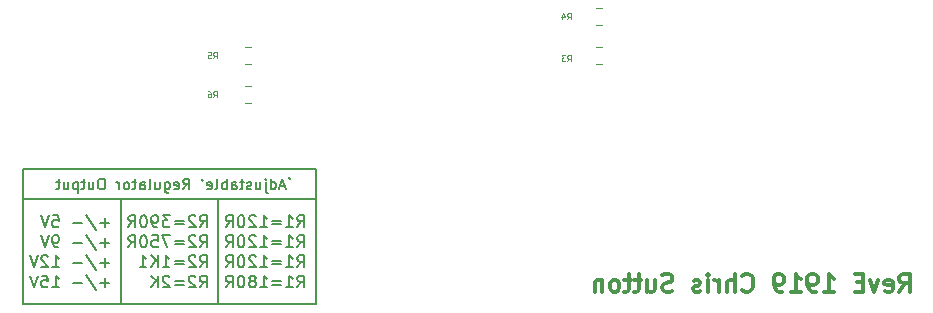
<source format=gbr>
G04 #@! TF.GenerationSoftware,KiCad,Pcbnew,(5.1.6-0-10_14)*
G04 #@! TF.CreationDate,2020-09-28T00:01:53+01:00*
G04 #@! TF.ProjectId,AdjustablePSU,41646a75-7374-4616-926c-655053552e6b,rev?*
G04 #@! TF.SameCoordinates,Original*
G04 #@! TF.FileFunction,Legend,Bot*
G04 #@! TF.FilePolarity,Positive*
%FSLAX46Y46*%
G04 Gerber Fmt 4.6, Leading zero omitted, Abs format (unit mm)*
G04 Created by KiCad (PCBNEW (5.1.6-0-10_14)) date 2020-09-28 00:01:53*
%MOMM*%
%LPD*%
G01*
G04 APERTURE LIST*
%ADD10C,0.300000*%
%ADD11C,0.200000*%
%ADD12C,0.120000*%
%ADD13C,0.125000*%
G04 APERTURE END LIST*
D10*
X186454285Y-106596571D02*
X186954285Y-105882285D01*
X187311428Y-106596571D02*
X187311428Y-105096571D01*
X186740000Y-105096571D01*
X186597142Y-105168000D01*
X186525714Y-105239428D01*
X186454285Y-105382285D01*
X186454285Y-105596571D01*
X186525714Y-105739428D01*
X186597142Y-105810857D01*
X186740000Y-105882285D01*
X187311428Y-105882285D01*
X185240000Y-106525142D02*
X185382857Y-106596571D01*
X185668571Y-106596571D01*
X185811428Y-106525142D01*
X185882857Y-106382285D01*
X185882857Y-105810857D01*
X185811428Y-105668000D01*
X185668571Y-105596571D01*
X185382857Y-105596571D01*
X185240000Y-105668000D01*
X185168571Y-105810857D01*
X185168571Y-105953714D01*
X185882857Y-106096571D01*
X184668571Y-105596571D02*
X184311428Y-106596571D01*
X183954285Y-105596571D01*
X183382857Y-105810857D02*
X182882857Y-105810857D01*
X182668571Y-106596571D02*
X183382857Y-106596571D01*
X183382857Y-105096571D01*
X182668571Y-105096571D01*
X180097142Y-106596571D02*
X180954285Y-106596571D01*
X180525714Y-106596571D02*
X180525714Y-105096571D01*
X180668571Y-105310857D01*
X180811428Y-105453714D01*
X180954285Y-105525142D01*
X179382857Y-106596571D02*
X179097142Y-106596571D01*
X178954285Y-106525142D01*
X178882857Y-106453714D01*
X178740000Y-106239428D01*
X178668571Y-105953714D01*
X178668571Y-105382285D01*
X178740000Y-105239428D01*
X178811428Y-105168000D01*
X178954285Y-105096571D01*
X179240000Y-105096571D01*
X179382857Y-105168000D01*
X179454285Y-105239428D01*
X179525714Y-105382285D01*
X179525714Y-105739428D01*
X179454285Y-105882285D01*
X179382857Y-105953714D01*
X179240000Y-106025142D01*
X178954285Y-106025142D01*
X178811428Y-105953714D01*
X178740000Y-105882285D01*
X178668571Y-105739428D01*
X177240000Y-106596571D02*
X178097142Y-106596571D01*
X177668571Y-106596571D02*
X177668571Y-105096571D01*
X177811428Y-105310857D01*
X177954285Y-105453714D01*
X178097142Y-105525142D01*
X176525714Y-106596571D02*
X176240000Y-106596571D01*
X176097142Y-106525142D01*
X176025714Y-106453714D01*
X175882857Y-106239428D01*
X175811428Y-105953714D01*
X175811428Y-105382285D01*
X175882857Y-105239428D01*
X175954285Y-105168000D01*
X176097142Y-105096571D01*
X176382857Y-105096571D01*
X176525714Y-105168000D01*
X176597142Y-105239428D01*
X176668571Y-105382285D01*
X176668571Y-105739428D01*
X176597142Y-105882285D01*
X176525714Y-105953714D01*
X176382857Y-106025142D01*
X176097142Y-106025142D01*
X175954285Y-105953714D01*
X175882857Y-105882285D01*
X175811428Y-105739428D01*
X173168571Y-106453714D02*
X173240000Y-106525142D01*
X173454285Y-106596571D01*
X173597142Y-106596571D01*
X173811428Y-106525142D01*
X173954285Y-106382285D01*
X174025714Y-106239428D01*
X174097142Y-105953714D01*
X174097142Y-105739428D01*
X174025714Y-105453714D01*
X173954285Y-105310857D01*
X173811428Y-105168000D01*
X173597142Y-105096571D01*
X173454285Y-105096571D01*
X173240000Y-105168000D01*
X173168571Y-105239428D01*
X172525714Y-106596571D02*
X172525714Y-105096571D01*
X171882857Y-106596571D02*
X171882857Y-105810857D01*
X171954285Y-105668000D01*
X172097142Y-105596571D01*
X172311428Y-105596571D01*
X172454285Y-105668000D01*
X172525714Y-105739428D01*
X171168571Y-106596571D02*
X171168571Y-105596571D01*
X171168571Y-105882285D02*
X171097142Y-105739428D01*
X171025714Y-105668000D01*
X170882857Y-105596571D01*
X170740000Y-105596571D01*
X170240000Y-106596571D02*
X170240000Y-105596571D01*
X170240000Y-105096571D02*
X170311428Y-105168000D01*
X170240000Y-105239428D01*
X170168571Y-105168000D01*
X170240000Y-105096571D01*
X170240000Y-105239428D01*
X169597142Y-106525142D02*
X169454285Y-106596571D01*
X169168571Y-106596571D01*
X169025714Y-106525142D01*
X168954285Y-106382285D01*
X168954285Y-106310857D01*
X169025714Y-106168000D01*
X169168571Y-106096571D01*
X169382857Y-106096571D01*
X169525714Y-106025142D01*
X169597142Y-105882285D01*
X169597142Y-105810857D01*
X169525714Y-105668000D01*
X169382857Y-105596571D01*
X169168571Y-105596571D01*
X169025714Y-105668000D01*
X167240000Y-106525142D02*
X167025714Y-106596571D01*
X166668571Y-106596571D01*
X166525714Y-106525142D01*
X166454285Y-106453714D01*
X166382857Y-106310857D01*
X166382857Y-106168000D01*
X166454285Y-106025142D01*
X166525714Y-105953714D01*
X166668571Y-105882285D01*
X166954285Y-105810857D01*
X167097142Y-105739428D01*
X167168571Y-105668000D01*
X167240000Y-105525142D01*
X167240000Y-105382285D01*
X167168571Y-105239428D01*
X167097142Y-105168000D01*
X166954285Y-105096571D01*
X166597142Y-105096571D01*
X166382857Y-105168000D01*
X165097142Y-105596571D02*
X165097142Y-106596571D01*
X165740000Y-105596571D02*
X165740000Y-106382285D01*
X165668571Y-106525142D01*
X165525714Y-106596571D01*
X165311428Y-106596571D01*
X165168571Y-106525142D01*
X165097142Y-106453714D01*
X164597142Y-105596571D02*
X164025714Y-105596571D01*
X164382857Y-105096571D02*
X164382857Y-106382285D01*
X164311428Y-106525142D01*
X164168571Y-106596571D01*
X164025714Y-106596571D01*
X163740000Y-105596571D02*
X163168571Y-105596571D01*
X163525714Y-105096571D02*
X163525714Y-106382285D01*
X163454285Y-106525142D01*
X163311428Y-106596571D01*
X163168571Y-106596571D01*
X162454285Y-106596571D02*
X162597142Y-106525142D01*
X162668571Y-106453714D01*
X162740000Y-106310857D01*
X162740000Y-105882285D01*
X162668571Y-105739428D01*
X162597142Y-105668000D01*
X162454285Y-105596571D01*
X162240000Y-105596571D01*
X162097142Y-105668000D01*
X162025714Y-105739428D01*
X161954285Y-105882285D01*
X161954285Y-106310857D01*
X162025714Y-106453714D01*
X162097142Y-106525142D01*
X162240000Y-106596571D01*
X162454285Y-106596571D01*
X161311428Y-105596571D02*
X161311428Y-106596571D01*
X161311428Y-105739428D02*
X161240000Y-105668000D01*
X161097142Y-105596571D01*
X160882857Y-105596571D01*
X160740000Y-105668000D01*
X160668571Y-105810857D01*
X160668571Y-106596571D01*
D11*
X128799034Y-107671178D02*
X128799034Y-98781178D01*
X120544034Y-107671178D02*
X120544034Y-98781178D01*
X137054034Y-107671178D02*
X137054034Y-96241178D01*
X112289034Y-107671178D02*
X112289034Y-96241178D01*
X112289034Y-98781178D02*
X137054034Y-98781178D01*
X112289034Y-96241178D02*
X137054034Y-96241178D01*
X112289034Y-107671178D02*
X137054034Y-107671178D01*
X134846176Y-97061178D02*
X134846176Y-97018320D01*
X134803319Y-96932606D01*
X134760462Y-96889749D01*
X134417605Y-97661178D02*
X133989034Y-97661178D01*
X134503319Y-97918320D02*
X134203319Y-97018320D01*
X133903319Y-97918320D01*
X133217605Y-97918320D02*
X133217605Y-97018320D01*
X133217605Y-97875463D02*
X133303319Y-97918320D01*
X133474748Y-97918320D01*
X133560462Y-97875463D01*
X133603319Y-97832606D01*
X133646176Y-97746892D01*
X133646176Y-97489749D01*
X133603319Y-97404035D01*
X133560462Y-97361178D01*
X133474748Y-97318320D01*
X133303319Y-97318320D01*
X133217605Y-97361178D01*
X132789034Y-97318320D02*
X132789034Y-98089749D01*
X132831891Y-98175463D01*
X132917605Y-98218320D01*
X132960462Y-98218320D01*
X132789034Y-97018320D02*
X132831891Y-97061178D01*
X132789034Y-97104035D01*
X132746176Y-97061178D01*
X132789034Y-97018320D01*
X132789034Y-97104035D01*
X131974748Y-97318320D02*
X131974748Y-97918320D01*
X132360462Y-97318320D02*
X132360462Y-97789749D01*
X132317605Y-97875463D01*
X132231891Y-97918320D01*
X132103319Y-97918320D01*
X132017605Y-97875463D01*
X131974748Y-97832606D01*
X131589034Y-97875463D02*
X131503319Y-97918320D01*
X131331891Y-97918320D01*
X131246176Y-97875463D01*
X131203319Y-97789749D01*
X131203319Y-97746892D01*
X131246176Y-97661178D01*
X131331891Y-97618320D01*
X131460462Y-97618320D01*
X131546176Y-97575463D01*
X131589034Y-97489749D01*
X131589034Y-97446892D01*
X131546176Y-97361178D01*
X131460462Y-97318320D01*
X131331891Y-97318320D01*
X131246176Y-97361178D01*
X130946176Y-97318320D02*
X130603319Y-97318320D01*
X130817605Y-97018320D02*
X130817605Y-97789749D01*
X130774748Y-97875463D01*
X130689034Y-97918320D01*
X130603319Y-97918320D01*
X129917605Y-97918320D02*
X129917605Y-97446892D01*
X129960462Y-97361178D01*
X130046176Y-97318320D01*
X130217605Y-97318320D01*
X130303319Y-97361178D01*
X129917605Y-97875463D02*
X130003319Y-97918320D01*
X130217605Y-97918320D01*
X130303319Y-97875463D01*
X130346176Y-97789749D01*
X130346176Y-97704035D01*
X130303319Y-97618320D01*
X130217605Y-97575463D01*
X130003319Y-97575463D01*
X129917605Y-97532606D01*
X129489034Y-97918320D02*
X129489034Y-97018320D01*
X129489034Y-97361178D02*
X129403319Y-97318320D01*
X129231891Y-97318320D01*
X129146176Y-97361178D01*
X129103319Y-97404035D01*
X129060462Y-97489749D01*
X129060462Y-97746892D01*
X129103319Y-97832606D01*
X129146176Y-97875463D01*
X129231891Y-97918320D01*
X129403319Y-97918320D01*
X129489034Y-97875463D01*
X128546176Y-97918320D02*
X128631891Y-97875463D01*
X128674748Y-97789749D01*
X128674748Y-97018320D01*
X127860462Y-97875463D02*
X127946176Y-97918320D01*
X128117605Y-97918320D01*
X128203319Y-97875463D01*
X128246176Y-97789749D01*
X128246176Y-97446892D01*
X128203319Y-97361178D01*
X128117605Y-97318320D01*
X127946176Y-97318320D01*
X127860462Y-97361178D01*
X127817605Y-97446892D01*
X127817605Y-97532606D01*
X128246176Y-97618320D01*
X127389034Y-97018320D02*
X127389034Y-97061178D01*
X127431891Y-97146892D01*
X127474748Y-97189749D01*
X125803319Y-97918320D02*
X126103319Y-97489749D01*
X126317605Y-97918320D02*
X126317605Y-97018320D01*
X125974748Y-97018320D01*
X125889034Y-97061178D01*
X125846176Y-97104035D01*
X125803319Y-97189749D01*
X125803319Y-97318320D01*
X125846176Y-97404035D01*
X125889034Y-97446892D01*
X125974748Y-97489749D01*
X126317605Y-97489749D01*
X125074748Y-97875463D02*
X125160462Y-97918320D01*
X125331891Y-97918320D01*
X125417605Y-97875463D01*
X125460462Y-97789749D01*
X125460462Y-97446892D01*
X125417605Y-97361178D01*
X125331891Y-97318320D01*
X125160462Y-97318320D01*
X125074748Y-97361178D01*
X125031891Y-97446892D01*
X125031891Y-97532606D01*
X125460462Y-97618320D01*
X124260462Y-97318320D02*
X124260462Y-98046892D01*
X124303319Y-98132606D01*
X124346176Y-98175463D01*
X124431891Y-98218320D01*
X124560462Y-98218320D01*
X124646176Y-98175463D01*
X124260462Y-97875463D02*
X124346176Y-97918320D01*
X124517605Y-97918320D01*
X124603319Y-97875463D01*
X124646176Y-97832606D01*
X124689034Y-97746892D01*
X124689034Y-97489749D01*
X124646176Y-97404035D01*
X124603319Y-97361178D01*
X124517605Y-97318320D01*
X124346176Y-97318320D01*
X124260462Y-97361178D01*
X123446176Y-97318320D02*
X123446176Y-97918320D01*
X123831891Y-97318320D02*
X123831891Y-97789749D01*
X123789034Y-97875463D01*
X123703319Y-97918320D01*
X123574748Y-97918320D01*
X123489034Y-97875463D01*
X123446176Y-97832606D01*
X122889034Y-97918320D02*
X122974748Y-97875463D01*
X123017605Y-97789749D01*
X123017605Y-97018320D01*
X122160462Y-97918320D02*
X122160462Y-97446892D01*
X122203319Y-97361178D01*
X122289034Y-97318320D01*
X122460462Y-97318320D01*
X122546176Y-97361178D01*
X122160462Y-97875463D02*
X122246176Y-97918320D01*
X122460462Y-97918320D01*
X122546176Y-97875463D01*
X122589034Y-97789749D01*
X122589034Y-97704035D01*
X122546176Y-97618320D01*
X122460462Y-97575463D01*
X122246176Y-97575463D01*
X122160462Y-97532606D01*
X121860462Y-97318320D02*
X121517605Y-97318320D01*
X121731891Y-97018320D02*
X121731891Y-97789749D01*
X121689034Y-97875463D01*
X121603319Y-97918320D01*
X121517605Y-97918320D01*
X121089034Y-97918320D02*
X121174748Y-97875463D01*
X121217605Y-97832606D01*
X121260462Y-97746892D01*
X121260462Y-97489749D01*
X121217605Y-97404035D01*
X121174748Y-97361178D01*
X121089034Y-97318320D01*
X120960462Y-97318320D01*
X120874748Y-97361178D01*
X120831891Y-97404035D01*
X120789034Y-97489749D01*
X120789034Y-97746892D01*
X120831891Y-97832606D01*
X120874748Y-97875463D01*
X120960462Y-97918320D01*
X121089034Y-97918320D01*
X120403319Y-97918320D02*
X120403319Y-97318320D01*
X120403319Y-97489749D02*
X120360462Y-97404035D01*
X120317605Y-97361178D01*
X120231891Y-97318320D01*
X120146176Y-97318320D01*
X118989034Y-97018320D02*
X118817605Y-97018320D01*
X118731891Y-97061178D01*
X118646176Y-97146892D01*
X118603319Y-97318320D01*
X118603319Y-97618320D01*
X118646176Y-97789749D01*
X118731891Y-97875463D01*
X118817605Y-97918320D01*
X118989034Y-97918320D01*
X119074748Y-97875463D01*
X119160462Y-97789749D01*
X119203319Y-97618320D01*
X119203319Y-97318320D01*
X119160462Y-97146892D01*
X119074748Y-97061178D01*
X118989034Y-97018320D01*
X117831891Y-97318320D02*
X117831891Y-97918320D01*
X118217605Y-97318320D02*
X118217605Y-97789749D01*
X118174748Y-97875463D01*
X118089034Y-97918320D01*
X117960462Y-97918320D01*
X117874748Y-97875463D01*
X117831891Y-97832606D01*
X117531891Y-97318320D02*
X117189034Y-97318320D01*
X117403319Y-97018320D02*
X117403319Y-97789749D01*
X117360462Y-97875463D01*
X117274748Y-97918320D01*
X117189034Y-97918320D01*
X116889034Y-97318320D02*
X116889034Y-98218320D01*
X116889034Y-97361178D02*
X116803319Y-97318320D01*
X116631891Y-97318320D01*
X116546176Y-97361178D01*
X116503319Y-97404035D01*
X116460462Y-97489749D01*
X116460462Y-97746892D01*
X116503319Y-97832606D01*
X116546176Y-97875463D01*
X116631891Y-97918320D01*
X116803319Y-97918320D01*
X116889034Y-97875463D01*
X115689034Y-97318320D02*
X115689034Y-97918320D01*
X116074748Y-97318320D02*
X116074748Y-97789749D01*
X116031891Y-97875463D01*
X115946176Y-97918320D01*
X115817605Y-97918320D01*
X115731891Y-97875463D01*
X115689034Y-97832606D01*
X115389034Y-97318320D02*
X115046176Y-97318320D01*
X115260462Y-97018320D02*
X115260462Y-97789749D01*
X115217605Y-97875463D01*
X115131891Y-97918320D01*
X115046176Y-97918320D01*
X119540938Y-100747606D02*
X118779034Y-100747606D01*
X119159986Y-101128558D02*
X119159986Y-100366654D01*
X117588557Y-100080939D02*
X118445700Y-101366654D01*
X117255224Y-100747606D02*
X116493319Y-100747606D01*
X114779034Y-100128558D02*
X115255224Y-100128558D01*
X115302843Y-100604749D01*
X115255224Y-100557130D01*
X115159986Y-100509511D01*
X114921891Y-100509511D01*
X114826653Y-100557130D01*
X114779034Y-100604749D01*
X114731414Y-100699987D01*
X114731414Y-100938082D01*
X114779034Y-101033320D01*
X114826653Y-101080939D01*
X114921891Y-101128558D01*
X115159986Y-101128558D01*
X115255224Y-101080939D01*
X115302843Y-101033320D01*
X114445700Y-100128558D02*
X114112367Y-101128558D01*
X113779034Y-100128558D01*
X119540938Y-102447606D02*
X118779034Y-102447606D01*
X119159986Y-102828558D02*
X119159986Y-102066654D01*
X117588557Y-101780939D02*
X118445700Y-103066654D01*
X117255224Y-102447606D02*
X116493319Y-102447606D01*
X115207605Y-102828558D02*
X115017129Y-102828558D01*
X114921891Y-102780939D01*
X114874272Y-102733320D01*
X114779034Y-102590463D01*
X114731414Y-102399987D01*
X114731414Y-102019035D01*
X114779034Y-101923797D01*
X114826653Y-101876178D01*
X114921891Y-101828558D01*
X115112367Y-101828558D01*
X115207605Y-101876178D01*
X115255224Y-101923797D01*
X115302843Y-102019035D01*
X115302843Y-102257130D01*
X115255224Y-102352368D01*
X115207605Y-102399987D01*
X115112367Y-102447606D01*
X114921891Y-102447606D01*
X114826653Y-102399987D01*
X114779034Y-102352368D01*
X114731414Y-102257130D01*
X114445700Y-101828558D02*
X114112367Y-102828558D01*
X113779034Y-101828558D01*
X119540938Y-104147606D02*
X118779034Y-104147606D01*
X119159986Y-104528558D02*
X119159986Y-103766654D01*
X117588557Y-103480939D02*
X118445700Y-104766654D01*
X117255224Y-104147606D02*
X116493319Y-104147606D01*
X114731414Y-104528558D02*
X115302843Y-104528558D01*
X115017129Y-104528558D02*
X115017129Y-103528558D01*
X115112367Y-103671416D01*
X115207605Y-103766654D01*
X115302843Y-103814273D01*
X114350462Y-103623797D02*
X114302843Y-103576178D01*
X114207605Y-103528558D01*
X113969510Y-103528558D01*
X113874272Y-103576178D01*
X113826653Y-103623797D01*
X113779034Y-103719035D01*
X113779034Y-103814273D01*
X113826653Y-103957130D01*
X114398081Y-104528558D01*
X113779034Y-104528558D01*
X113493319Y-103528558D02*
X113159986Y-104528558D01*
X112826653Y-103528558D01*
X119540938Y-105847606D02*
X118779034Y-105847606D01*
X119159986Y-106228558D02*
X119159986Y-105466654D01*
X117588557Y-105180939D02*
X118445700Y-106466654D01*
X117255224Y-105847606D02*
X116493319Y-105847606D01*
X114731414Y-106228558D02*
X115302843Y-106228558D01*
X115017129Y-106228558D02*
X115017129Y-105228558D01*
X115112367Y-105371416D01*
X115207605Y-105466654D01*
X115302843Y-105514273D01*
X113826653Y-105228558D02*
X114302843Y-105228558D01*
X114350462Y-105704749D01*
X114302843Y-105657130D01*
X114207605Y-105609511D01*
X113969510Y-105609511D01*
X113874272Y-105657130D01*
X113826653Y-105704749D01*
X113779034Y-105799987D01*
X113779034Y-106038082D01*
X113826653Y-106133320D01*
X113874272Y-106180939D01*
X113969510Y-106228558D01*
X114207605Y-106228558D01*
X114302843Y-106180939D01*
X114350462Y-106133320D01*
X113493319Y-105228558D02*
X113159986Y-106228558D01*
X112826653Y-105228558D01*
X127224510Y-101128558D02*
X127557843Y-100652368D01*
X127795938Y-101128558D02*
X127795938Y-100128558D01*
X127414986Y-100128558D01*
X127319748Y-100176178D01*
X127272129Y-100223797D01*
X127224510Y-100319035D01*
X127224510Y-100461892D01*
X127272129Y-100557130D01*
X127319748Y-100604749D01*
X127414986Y-100652368D01*
X127795938Y-100652368D01*
X126843557Y-100223797D02*
X126795938Y-100176178D01*
X126700700Y-100128558D01*
X126462605Y-100128558D01*
X126367367Y-100176178D01*
X126319748Y-100223797D01*
X126272129Y-100319035D01*
X126272129Y-100414273D01*
X126319748Y-100557130D01*
X126891176Y-101128558D01*
X126272129Y-101128558D01*
X125843557Y-100604749D02*
X125081653Y-100604749D01*
X125081653Y-100890463D02*
X125843557Y-100890463D01*
X124700700Y-100128558D02*
X124081653Y-100128558D01*
X124414986Y-100509511D01*
X124272129Y-100509511D01*
X124176891Y-100557130D01*
X124129272Y-100604749D01*
X124081653Y-100699987D01*
X124081653Y-100938082D01*
X124129272Y-101033320D01*
X124176891Y-101080939D01*
X124272129Y-101128558D01*
X124557843Y-101128558D01*
X124653081Y-101080939D01*
X124700700Y-101033320D01*
X123605462Y-101128558D02*
X123414986Y-101128558D01*
X123319748Y-101080939D01*
X123272129Y-101033320D01*
X123176891Y-100890463D01*
X123129272Y-100699987D01*
X123129272Y-100319035D01*
X123176891Y-100223797D01*
X123224510Y-100176178D01*
X123319748Y-100128558D01*
X123510224Y-100128558D01*
X123605462Y-100176178D01*
X123653081Y-100223797D01*
X123700700Y-100319035D01*
X123700700Y-100557130D01*
X123653081Y-100652368D01*
X123605462Y-100699987D01*
X123510224Y-100747606D01*
X123319748Y-100747606D01*
X123224510Y-100699987D01*
X123176891Y-100652368D01*
X123129272Y-100557130D01*
X122510224Y-100128558D02*
X122414986Y-100128558D01*
X122319748Y-100176178D01*
X122272129Y-100223797D01*
X122224510Y-100319035D01*
X122176891Y-100509511D01*
X122176891Y-100747606D01*
X122224510Y-100938082D01*
X122272129Y-101033320D01*
X122319748Y-101080939D01*
X122414986Y-101128558D01*
X122510224Y-101128558D01*
X122605462Y-101080939D01*
X122653081Y-101033320D01*
X122700700Y-100938082D01*
X122748319Y-100747606D01*
X122748319Y-100509511D01*
X122700700Y-100319035D01*
X122653081Y-100223797D01*
X122605462Y-100176178D01*
X122510224Y-100128558D01*
X121176891Y-101128558D02*
X121510224Y-100652368D01*
X121748319Y-101128558D02*
X121748319Y-100128558D01*
X121367367Y-100128558D01*
X121272129Y-100176178D01*
X121224510Y-100223797D01*
X121176891Y-100319035D01*
X121176891Y-100461892D01*
X121224510Y-100557130D01*
X121272129Y-100604749D01*
X121367367Y-100652368D01*
X121748319Y-100652368D01*
X127224510Y-102828558D02*
X127557843Y-102352368D01*
X127795938Y-102828558D02*
X127795938Y-101828558D01*
X127414986Y-101828558D01*
X127319748Y-101876178D01*
X127272129Y-101923797D01*
X127224510Y-102019035D01*
X127224510Y-102161892D01*
X127272129Y-102257130D01*
X127319748Y-102304749D01*
X127414986Y-102352368D01*
X127795938Y-102352368D01*
X126843557Y-101923797D02*
X126795938Y-101876178D01*
X126700700Y-101828558D01*
X126462605Y-101828558D01*
X126367367Y-101876178D01*
X126319748Y-101923797D01*
X126272129Y-102019035D01*
X126272129Y-102114273D01*
X126319748Y-102257130D01*
X126891176Y-102828558D01*
X126272129Y-102828558D01*
X125843557Y-102304749D02*
X125081653Y-102304749D01*
X125081653Y-102590463D02*
X125843557Y-102590463D01*
X124700700Y-101828558D02*
X124034034Y-101828558D01*
X124462605Y-102828558D01*
X123176891Y-101828558D02*
X123653081Y-101828558D01*
X123700700Y-102304749D01*
X123653081Y-102257130D01*
X123557843Y-102209511D01*
X123319748Y-102209511D01*
X123224510Y-102257130D01*
X123176891Y-102304749D01*
X123129272Y-102399987D01*
X123129272Y-102638082D01*
X123176891Y-102733320D01*
X123224510Y-102780939D01*
X123319748Y-102828558D01*
X123557843Y-102828558D01*
X123653081Y-102780939D01*
X123700700Y-102733320D01*
X122510224Y-101828558D02*
X122414986Y-101828558D01*
X122319748Y-101876178D01*
X122272129Y-101923797D01*
X122224510Y-102019035D01*
X122176891Y-102209511D01*
X122176891Y-102447606D01*
X122224510Y-102638082D01*
X122272129Y-102733320D01*
X122319748Y-102780939D01*
X122414986Y-102828558D01*
X122510224Y-102828558D01*
X122605462Y-102780939D01*
X122653081Y-102733320D01*
X122700700Y-102638082D01*
X122748319Y-102447606D01*
X122748319Y-102209511D01*
X122700700Y-102019035D01*
X122653081Y-101923797D01*
X122605462Y-101876178D01*
X122510224Y-101828558D01*
X121176891Y-102828558D02*
X121510224Y-102352368D01*
X121748319Y-102828558D02*
X121748319Y-101828558D01*
X121367367Y-101828558D01*
X121272129Y-101876178D01*
X121224510Y-101923797D01*
X121176891Y-102019035D01*
X121176891Y-102161892D01*
X121224510Y-102257130D01*
X121272129Y-102304749D01*
X121367367Y-102352368D01*
X121748319Y-102352368D01*
X127224510Y-104528558D02*
X127557843Y-104052368D01*
X127795938Y-104528558D02*
X127795938Y-103528558D01*
X127414986Y-103528558D01*
X127319748Y-103576178D01*
X127272129Y-103623797D01*
X127224510Y-103719035D01*
X127224510Y-103861892D01*
X127272129Y-103957130D01*
X127319748Y-104004749D01*
X127414986Y-104052368D01*
X127795938Y-104052368D01*
X126843557Y-103623797D02*
X126795938Y-103576178D01*
X126700700Y-103528558D01*
X126462605Y-103528558D01*
X126367367Y-103576178D01*
X126319748Y-103623797D01*
X126272129Y-103719035D01*
X126272129Y-103814273D01*
X126319748Y-103957130D01*
X126891176Y-104528558D01*
X126272129Y-104528558D01*
X125843557Y-104004749D02*
X125081653Y-104004749D01*
X125081653Y-104290463D02*
X125843557Y-104290463D01*
X124081653Y-104528558D02*
X124653081Y-104528558D01*
X124367367Y-104528558D02*
X124367367Y-103528558D01*
X124462605Y-103671416D01*
X124557843Y-103766654D01*
X124653081Y-103814273D01*
X123653081Y-104528558D02*
X123653081Y-103528558D01*
X123081653Y-104528558D02*
X123510224Y-103957130D01*
X123081653Y-103528558D02*
X123653081Y-104099987D01*
X122129272Y-104528558D02*
X122700700Y-104528558D01*
X122414986Y-104528558D02*
X122414986Y-103528558D01*
X122510224Y-103671416D01*
X122605462Y-103766654D01*
X122700700Y-103814273D01*
X127224510Y-106228558D02*
X127557843Y-105752368D01*
X127795938Y-106228558D02*
X127795938Y-105228558D01*
X127414986Y-105228558D01*
X127319748Y-105276178D01*
X127272129Y-105323797D01*
X127224510Y-105419035D01*
X127224510Y-105561892D01*
X127272129Y-105657130D01*
X127319748Y-105704749D01*
X127414986Y-105752368D01*
X127795938Y-105752368D01*
X126843557Y-105323797D02*
X126795938Y-105276178D01*
X126700700Y-105228558D01*
X126462605Y-105228558D01*
X126367367Y-105276178D01*
X126319748Y-105323797D01*
X126272129Y-105419035D01*
X126272129Y-105514273D01*
X126319748Y-105657130D01*
X126891176Y-106228558D01*
X126272129Y-106228558D01*
X125843557Y-105704749D02*
X125081653Y-105704749D01*
X125081653Y-105990463D02*
X125843557Y-105990463D01*
X124653081Y-105323797D02*
X124605462Y-105276178D01*
X124510224Y-105228558D01*
X124272129Y-105228558D01*
X124176891Y-105276178D01*
X124129272Y-105323797D01*
X124081653Y-105419035D01*
X124081653Y-105514273D01*
X124129272Y-105657130D01*
X124700700Y-106228558D01*
X124081653Y-106228558D01*
X123653081Y-106228558D02*
X123653081Y-105228558D01*
X123081653Y-106228558D02*
X123510224Y-105657130D01*
X123081653Y-105228558D02*
X123653081Y-105799987D01*
X135479510Y-101128558D02*
X135812843Y-100652368D01*
X136050938Y-101128558D02*
X136050938Y-100128558D01*
X135669986Y-100128558D01*
X135574748Y-100176178D01*
X135527129Y-100223797D01*
X135479510Y-100319035D01*
X135479510Y-100461892D01*
X135527129Y-100557130D01*
X135574748Y-100604749D01*
X135669986Y-100652368D01*
X136050938Y-100652368D01*
X134527129Y-101128558D02*
X135098557Y-101128558D01*
X134812843Y-101128558D02*
X134812843Y-100128558D01*
X134908081Y-100271416D01*
X135003319Y-100366654D01*
X135098557Y-100414273D01*
X134098557Y-100604749D02*
X133336653Y-100604749D01*
X133336653Y-100890463D02*
X134098557Y-100890463D01*
X132336653Y-101128558D02*
X132908081Y-101128558D01*
X132622367Y-101128558D02*
X132622367Y-100128558D01*
X132717605Y-100271416D01*
X132812843Y-100366654D01*
X132908081Y-100414273D01*
X131955700Y-100223797D02*
X131908081Y-100176178D01*
X131812843Y-100128558D01*
X131574748Y-100128558D01*
X131479510Y-100176178D01*
X131431891Y-100223797D01*
X131384272Y-100319035D01*
X131384272Y-100414273D01*
X131431891Y-100557130D01*
X132003319Y-101128558D01*
X131384272Y-101128558D01*
X130765224Y-100128558D02*
X130669986Y-100128558D01*
X130574748Y-100176178D01*
X130527129Y-100223797D01*
X130479510Y-100319035D01*
X130431891Y-100509511D01*
X130431891Y-100747606D01*
X130479510Y-100938082D01*
X130527129Y-101033320D01*
X130574748Y-101080939D01*
X130669986Y-101128558D01*
X130765224Y-101128558D01*
X130860462Y-101080939D01*
X130908081Y-101033320D01*
X130955700Y-100938082D01*
X131003319Y-100747606D01*
X131003319Y-100509511D01*
X130955700Y-100319035D01*
X130908081Y-100223797D01*
X130860462Y-100176178D01*
X130765224Y-100128558D01*
X129431891Y-101128558D02*
X129765224Y-100652368D01*
X130003319Y-101128558D02*
X130003319Y-100128558D01*
X129622367Y-100128558D01*
X129527129Y-100176178D01*
X129479510Y-100223797D01*
X129431891Y-100319035D01*
X129431891Y-100461892D01*
X129479510Y-100557130D01*
X129527129Y-100604749D01*
X129622367Y-100652368D01*
X130003319Y-100652368D01*
X135479510Y-102828558D02*
X135812843Y-102352368D01*
X136050938Y-102828558D02*
X136050938Y-101828558D01*
X135669986Y-101828558D01*
X135574748Y-101876178D01*
X135527129Y-101923797D01*
X135479510Y-102019035D01*
X135479510Y-102161892D01*
X135527129Y-102257130D01*
X135574748Y-102304749D01*
X135669986Y-102352368D01*
X136050938Y-102352368D01*
X134527129Y-102828558D02*
X135098557Y-102828558D01*
X134812843Y-102828558D02*
X134812843Y-101828558D01*
X134908081Y-101971416D01*
X135003319Y-102066654D01*
X135098557Y-102114273D01*
X134098557Y-102304749D02*
X133336653Y-102304749D01*
X133336653Y-102590463D02*
X134098557Y-102590463D01*
X132336653Y-102828558D02*
X132908081Y-102828558D01*
X132622367Y-102828558D02*
X132622367Y-101828558D01*
X132717605Y-101971416D01*
X132812843Y-102066654D01*
X132908081Y-102114273D01*
X131955700Y-101923797D02*
X131908081Y-101876178D01*
X131812843Y-101828558D01*
X131574748Y-101828558D01*
X131479510Y-101876178D01*
X131431891Y-101923797D01*
X131384272Y-102019035D01*
X131384272Y-102114273D01*
X131431891Y-102257130D01*
X132003319Y-102828558D01*
X131384272Y-102828558D01*
X130765224Y-101828558D02*
X130669986Y-101828558D01*
X130574748Y-101876178D01*
X130527129Y-101923797D01*
X130479510Y-102019035D01*
X130431891Y-102209511D01*
X130431891Y-102447606D01*
X130479510Y-102638082D01*
X130527129Y-102733320D01*
X130574748Y-102780939D01*
X130669986Y-102828558D01*
X130765224Y-102828558D01*
X130860462Y-102780939D01*
X130908081Y-102733320D01*
X130955700Y-102638082D01*
X131003319Y-102447606D01*
X131003319Y-102209511D01*
X130955700Y-102019035D01*
X130908081Y-101923797D01*
X130860462Y-101876178D01*
X130765224Y-101828558D01*
X129431891Y-102828558D02*
X129765224Y-102352368D01*
X130003319Y-102828558D02*
X130003319Y-101828558D01*
X129622367Y-101828558D01*
X129527129Y-101876178D01*
X129479510Y-101923797D01*
X129431891Y-102019035D01*
X129431891Y-102161892D01*
X129479510Y-102257130D01*
X129527129Y-102304749D01*
X129622367Y-102352368D01*
X130003319Y-102352368D01*
X135479510Y-104528558D02*
X135812843Y-104052368D01*
X136050938Y-104528558D02*
X136050938Y-103528558D01*
X135669986Y-103528558D01*
X135574748Y-103576178D01*
X135527129Y-103623797D01*
X135479510Y-103719035D01*
X135479510Y-103861892D01*
X135527129Y-103957130D01*
X135574748Y-104004749D01*
X135669986Y-104052368D01*
X136050938Y-104052368D01*
X134527129Y-104528558D02*
X135098557Y-104528558D01*
X134812843Y-104528558D02*
X134812843Y-103528558D01*
X134908081Y-103671416D01*
X135003319Y-103766654D01*
X135098557Y-103814273D01*
X134098557Y-104004749D02*
X133336653Y-104004749D01*
X133336653Y-104290463D02*
X134098557Y-104290463D01*
X132336653Y-104528558D02*
X132908081Y-104528558D01*
X132622367Y-104528558D02*
X132622367Y-103528558D01*
X132717605Y-103671416D01*
X132812843Y-103766654D01*
X132908081Y-103814273D01*
X131955700Y-103623797D02*
X131908081Y-103576178D01*
X131812843Y-103528558D01*
X131574748Y-103528558D01*
X131479510Y-103576178D01*
X131431891Y-103623797D01*
X131384272Y-103719035D01*
X131384272Y-103814273D01*
X131431891Y-103957130D01*
X132003319Y-104528558D01*
X131384272Y-104528558D01*
X130765224Y-103528558D02*
X130669986Y-103528558D01*
X130574748Y-103576178D01*
X130527129Y-103623797D01*
X130479510Y-103719035D01*
X130431891Y-103909511D01*
X130431891Y-104147606D01*
X130479510Y-104338082D01*
X130527129Y-104433320D01*
X130574748Y-104480939D01*
X130669986Y-104528558D01*
X130765224Y-104528558D01*
X130860462Y-104480939D01*
X130908081Y-104433320D01*
X130955700Y-104338082D01*
X131003319Y-104147606D01*
X131003319Y-103909511D01*
X130955700Y-103719035D01*
X130908081Y-103623797D01*
X130860462Y-103576178D01*
X130765224Y-103528558D01*
X129431891Y-104528558D02*
X129765224Y-104052368D01*
X130003319Y-104528558D02*
X130003319Y-103528558D01*
X129622367Y-103528558D01*
X129527129Y-103576178D01*
X129479510Y-103623797D01*
X129431891Y-103719035D01*
X129431891Y-103861892D01*
X129479510Y-103957130D01*
X129527129Y-104004749D01*
X129622367Y-104052368D01*
X130003319Y-104052368D01*
X135479510Y-106228558D02*
X135812843Y-105752368D01*
X136050938Y-106228558D02*
X136050938Y-105228558D01*
X135669986Y-105228558D01*
X135574748Y-105276178D01*
X135527129Y-105323797D01*
X135479510Y-105419035D01*
X135479510Y-105561892D01*
X135527129Y-105657130D01*
X135574748Y-105704749D01*
X135669986Y-105752368D01*
X136050938Y-105752368D01*
X134527129Y-106228558D02*
X135098557Y-106228558D01*
X134812843Y-106228558D02*
X134812843Y-105228558D01*
X134908081Y-105371416D01*
X135003319Y-105466654D01*
X135098557Y-105514273D01*
X134098557Y-105704749D02*
X133336653Y-105704749D01*
X133336653Y-105990463D02*
X134098557Y-105990463D01*
X132336653Y-106228558D02*
X132908081Y-106228558D01*
X132622367Y-106228558D02*
X132622367Y-105228558D01*
X132717605Y-105371416D01*
X132812843Y-105466654D01*
X132908081Y-105514273D01*
X131765224Y-105657130D02*
X131860462Y-105609511D01*
X131908081Y-105561892D01*
X131955700Y-105466654D01*
X131955700Y-105419035D01*
X131908081Y-105323797D01*
X131860462Y-105276178D01*
X131765224Y-105228558D01*
X131574748Y-105228558D01*
X131479510Y-105276178D01*
X131431891Y-105323797D01*
X131384272Y-105419035D01*
X131384272Y-105466654D01*
X131431891Y-105561892D01*
X131479510Y-105609511D01*
X131574748Y-105657130D01*
X131765224Y-105657130D01*
X131860462Y-105704749D01*
X131908081Y-105752368D01*
X131955700Y-105847606D01*
X131955700Y-106038082D01*
X131908081Y-106133320D01*
X131860462Y-106180939D01*
X131765224Y-106228558D01*
X131574748Y-106228558D01*
X131479510Y-106180939D01*
X131431891Y-106133320D01*
X131384272Y-106038082D01*
X131384272Y-105847606D01*
X131431891Y-105752368D01*
X131479510Y-105704749D01*
X131574748Y-105657130D01*
X130765224Y-105228558D02*
X130669986Y-105228558D01*
X130574748Y-105276178D01*
X130527129Y-105323797D01*
X130479510Y-105419035D01*
X130431891Y-105609511D01*
X130431891Y-105847606D01*
X130479510Y-106038082D01*
X130527129Y-106133320D01*
X130574748Y-106180939D01*
X130669986Y-106228558D01*
X130765224Y-106228558D01*
X130860462Y-106180939D01*
X130908081Y-106133320D01*
X130955700Y-106038082D01*
X131003319Y-105847606D01*
X131003319Y-105609511D01*
X130955700Y-105419035D01*
X130908081Y-105323797D01*
X130860462Y-105276178D01*
X130765224Y-105228558D01*
X129431891Y-106228558D02*
X129765224Y-105752368D01*
X130003319Y-106228558D02*
X130003319Y-105228558D01*
X129622367Y-105228558D01*
X129527129Y-105276178D01*
X129479510Y-105323797D01*
X129431891Y-105419035D01*
X129431891Y-105561892D01*
X129479510Y-105657130D01*
X129527129Y-105704749D01*
X129622367Y-105752368D01*
X130003319Y-105752368D01*
D12*
X161297252Y-85904000D02*
X160774748Y-85904000D01*
X161297252Y-87324000D02*
X160774748Y-87324000D01*
X160774748Y-82602000D02*
X161297252Y-82602000D01*
X160774748Y-84022000D02*
X161297252Y-84022000D01*
X131579252Y-85904000D02*
X131056748Y-85904000D01*
X131579252Y-87324000D02*
X131056748Y-87324000D01*
X131056748Y-89206000D02*
X131579252Y-89206000D01*
X131056748Y-90626000D02*
X131579252Y-90626000D01*
D13*
X158325333Y-87094190D02*
X158492000Y-86856095D01*
X158611047Y-87094190D02*
X158611047Y-86594190D01*
X158420571Y-86594190D01*
X158372952Y-86618000D01*
X158349142Y-86641809D01*
X158325333Y-86689428D01*
X158325333Y-86760857D01*
X158349142Y-86808476D01*
X158372952Y-86832285D01*
X158420571Y-86856095D01*
X158611047Y-86856095D01*
X158158666Y-86594190D02*
X157849142Y-86594190D01*
X158015809Y-86784666D01*
X157944380Y-86784666D01*
X157896761Y-86808476D01*
X157872952Y-86832285D01*
X157849142Y-86879904D01*
X157849142Y-86998952D01*
X157872952Y-87046571D01*
X157896761Y-87070380D01*
X157944380Y-87094190D01*
X158087238Y-87094190D01*
X158134857Y-87070380D01*
X158158666Y-87046571D01*
X158325333Y-83538190D02*
X158492000Y-83300095D01*
X158611047Y-83538190D02*
X158611047Y-83038190D01*
X158420571Y-83038190D01*
X158372952Y-83062000D01*
X158349142Y-83085809D01*
X158325333Y-83133428D01*
X158325333Y-83204857D01*
X158349142Y-83252476D01*
X158372952Y-83276285D01*
X158420571Y-83300095D01*
X158611047Y-83300095D01*
X157896761Y-83204857D02*
X157896761Y-83538190D01*
X158015809Y-83014380D02*
X158134857Y-83371523D01*
X157825333Y-83371523D01*
X128353333Y-86840190D02*
X128520000Y-86602095D01*
X128639047Y-86840190D02*
X128639047Y-86340190D01*
X128448571Y-86340190D01*
X128400952Y-86364000D01*
X128377142Y-86387809D01*
X128353333Y-86435428D01*
X128353333Y-86506857D01*
X128377142Y-86554476D01*
X128400952Y-86578285D01*
X128448571Y-86602095D01*
X128639047Y-86602095D01*
X127900952Y-86340190D02*
X128139047Y-86340190D01*
X128162857Y-86578285D01*
X128139047Y-86554476D01*
X128091428Y-86530666D01*
X127972380Y-86530666D01*
X127924761Y-86554476D01*
X127900952Y-86578285D01*
X127877142Y-86625904D01*
X127877142Y-86744952D01*
X127900952Y-86792571D01*
X127924761Y-86816380D01*
X127972380Y-86840190D01*
X128091428Y-86840190D01*
X128139047Y-86816380D01*
X128162857Y-86792571D01*
X128353333Y-90142190D02*
X128520000Y-89904095D01*
X128639047Y-90142190D02*
X128639047Y-89642190D01*
X128448571Y-89642190D01*
X128400952Y-89666000D01*
X128377142Y-89689809D01*
X128353333Y-89737428D01*
X128353333Y-89808857D01*
X128377142Y-89856476D01*
X128400952Y-89880285D01*
X128448571Y-89904095D01*
X128639047Y-89904095D01*
X127924761Y-89642190D02*
X128020000Y-89642190D01*
X128067619Y-89666000D01*
X128091428Y-89689809D01*
X128139047Y-89761238D01*
X128162857Y-89856476D01*
X128162857Y-90046952D01*
X128139047Y-90094571D01*
X128115238Y-90118380D01*
X128067619Y-90142190D01*
X127972380Y-90142190D01*
X127924761Y-90118380D01*
X127900952Y-90094571D01*
X127877142Y-90046952D01*
X127877142Y-89927904D01*
X127900952Y-89880285D01*
X127924761Y-89856476D01*
X127972380Y-89832666D01*
X128067619Y-89832666D01*
X128115238Y-89856476D01*
X128139047Y-89880285D01*
X128162857Y-89927904D01*
M02*

</source>
